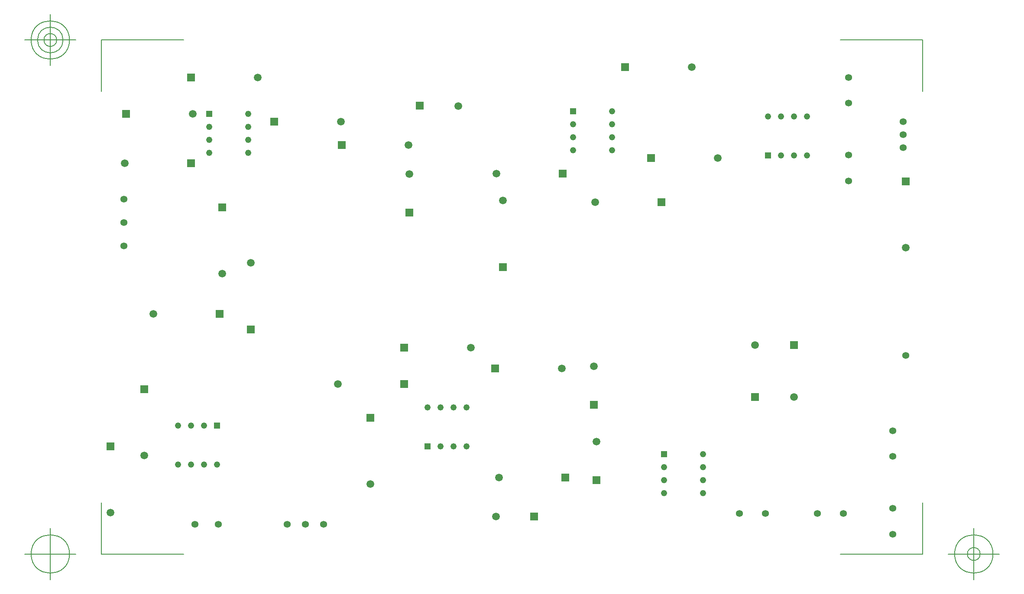
<source format=gbr>
G04 Generated by Ultiboard 11.0 *
%FSLAX25Y25*%
%MOIN*%

%ADD10C,0.00500*%
%ADD11R,0.05906X0.05906*%
%ADD12C,0.05906*%
%ADD13C,0.05337*%
%ADD14R,0.04900X0.04900*%
%ADD15C,0.04900*%


G04 ColorRGB FF00CC for the following layer *
%LNSolder Mask Top*%
%LPD*%
%FSLAX25Y25*%
%MOIN*%
G54D10*
X-1000Y-1000D02*
X-1000Y38570D01*
X-1000Y-1000D02*
X62192Y-1000D01*
X630921Y-1000D02*
X567729Y-1000D01*
X630921Y-1000D02*
X630921Y38570D01*
X630921Y394701D02*
X630921Y355131D01*
X630921Y394701D02*
X567729Y394701D01*
X-1000Y394701D02*
X62192Y394701D01*
X-1000Y394701D02*
X-1000Y355131D01*
X-20685Y-1000D02*
X-60055Y-1000D01*
X-40370Y-20685D02*
X-40370Y18685D01*
X-55134Y-1000D02*
G75*
D01*
G02X-55134Y-1000I14764J0*
G01*
X650606Y-1000D02*
X689976Y-1000D01*
X670291Y-20685D02*
X670291Y18685D01*
X655528Y-1000D02*
G75*
D01*
G02X655528Y-1000I14764J0*
G01*
X665370Y-1000D02*
G75*
D01*
G02X665370Y-1000I4921J0*
G01*
X-20685Y394701D02*
X-60055Y394701D01*
X-40370Y375016D02*
X-40370Y414386D01*
X-55134Y394701D02*
G75*
D01*
G02X-55134Y394701I14764J0*
G01*
X-50213Y394701D02*
G75*
D01*
G02X-50213Y394701I9843J0*
G01*
X-45291Y394701D02*
G75*
D01*
G02X-45291Y394701I4921J0*
G01*
G54D11*
X502000Y120000D03*
X244000Y344197D03*
X235803Y262000D03*
X232000Y158000D03*
X92000Y266000D03*
X114000Y172000D03*
X32000Y126000D03*
X6000Y82000D03*
X90000Y184000D03*
X232000Y130000D03*
X206000Y104000D03*
X68000Y366000D03*
X18000Y338000D03*
X68000Y300000D03*
X184000Y314000D03*
X132000Y332000D03*
X308000Y220000D03*
X377803Y114000D03*
X379803Y56000D03*
X356000Y58000D03*
X332000Y27803D03*
X302000Y142000D03*
X430000Y270000D03*
X354000Y292000D03*
X402000Y374000D03*
X422000Y304000D03*
X618000Y286000D03*
X532000Y160000D03*
G54D12*
X502000Y160000D03*
X273528Y344000D03*
X236000Y291528D03*
X283181Y158000D03*
X92000Y214819D03*
X114000Y223181D03*
X32000Y74819D03*
X6000Y30819D03*
X38819Y184000D03*
X180819Y130000D03*
X206000Y52819D03*
X119181Y366000D03*
X69181Y338000D03*
X16819Y300000D03*
X235181Y314000D03*
X183181Y332000D03*
X308000Y271181D03*
X378000Y143528D03*
X380000Y85528D03*
X304819Y58000D03*
X302472Y28000D03*
X353181Y142000D03*
X378819Y270000D03*
X302819Y292000D03*
X453181Y374000D03*
X473181Y304000D03*
X618000Y234819D03*
X532000Y120000D03*
G54D13*
X490028Y30043D03*
X570003Y30011D03*
X510020Y30042D03*
X550020Y30017D03*
X16331Y254142D03*
X16331Y236268D03*
X16331Y272016D03*
X156000Y22000D03*
X142063Y22000D03*
X169937Y22000D03*
X71063Y22000D03*
X88937Y22000D03*
X618000Y152000D03*
X607958Y34020D03*
X607957Y14028D03*
X607989Y94003D03*
X607983Y74020D03*
X573957Y286028D03*
X573958Y306020D03*
X573983Y346020D03*
X573989Y366003D03*
X616000Y312000D03*
X616000Y332000D03*
X616000Y322000D03*
G54D14*
X250000Y82000D03*
X88000Y98000D03*
X82000Y338000D03*
X432000Y76000D03*
X362000Y340000D03*
X512000Y306000D03*
G54D15*
X250000Y112000D03*
X280000Y82000D03*
X280000Y112000D03*
X270000Y82000D03*
X260000Y82000D03*
X270000Y112000D03*
X260000Y112000D03*
X58000Y98000D03*
X58000Y68000D03*
X68000Y98000D03*
X78000Y98000D03*
X78000Y68000D03*
X68000Y68000D03*
X88000Y68000D03*
X82000Y318000D03*
X112000Y318000D03*
X82000Y308000D03*
X112000Y308000D03*
X82000Y328000D03*
X112000Y338000D03*
X112000Y328000D03*
X432000Y66000D03*
X432000Y46000D03*
X432000Y56000D03*
X462000Y66000D03*
X462000Y46000D03*
X462000Y56000D03*
X462000Y76000D03*
X362000Y310000D03*
X362000Y330000D03*
X362000Y320000D03*
X392000Y310000D03*
X392000Y330000D03*
X392000Y320000D03*
X392000Y340000D03*
X532000Y306000D03*
X522000Y306000D03*
X542000Y306000D03*
X532000Y336000D03*
X522000Y336000D03*
X512000Y336000D03*
X542000Y336000D03*

M00*

</source>
